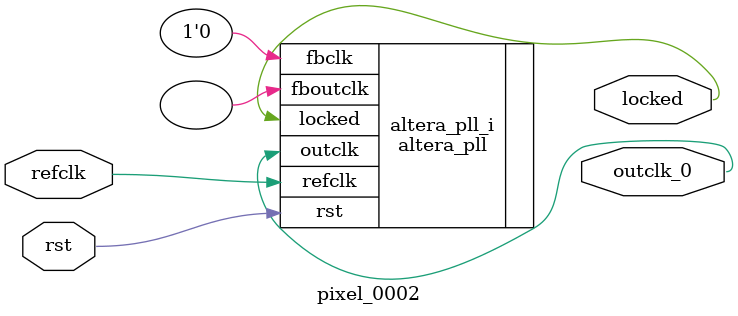
<source format=v>
`timescale 1ns/10ps
module  pixel_0002(

	// interface 'refclk'
	input wire refclk,

	// interface 'reset'
	input wire rst,

	// interface 'outclk0'
	output wire outclk_0,

	// interface 'locked'
	output wire locked
);

	altera_pll #(
		.fractional_vco_multiplier("false"),
		.reference_clock_frequency("50.0 MHz"),
		.operation_mode("direct"),
		.number_of_clocks(1),
		.output_clock_frequency0("150.000000 MHz"),
		.phase_shift0("0 ps"),
		.duty_cycle0(50),
		.output_clock_frequency1("0 MHz"),
		.phase_shift1("0 ps"),
		.duty_cycle1(50),
		.output_clock_frequency2("0 MHz"),
		.phase_shift2("0 ps"),
		.duty_cycle2(50),
		.output_clock_frequency3("0 MHz"),
		.phase_shift3("0 ps"),
		.duty_cycle3(50),
		.output_clock_frequency4("0 MHz"),
		.phase_shift4("0 ps"),
		.duty_cycle4(50),
		.output_clock_frequency5("0 MHz"),
		.phase_shift5("0 ps"),
		.duty_cycle5(50),
		.output_clock_frequency6("0 MHz"),
		.phase_shift6("0 ps"),
		.duty_cycle6(50),
		.output_clock_frequency7("0 MHz"),
		.phase_shift7("0 ps"),
		.duty_cycle7(50),
		.output_clock_frequency8("0 MHz"),
		.phase_shift8("0 ps"),
		.duty_cycle8(50),
		.output_clock_frequency9("0 MHz"),
		.phase_shift9("0 ps"),
		.duty_cycle9(50),
		.output_clock_frequency10("0 MHz"),
		.phase_shift10("0 ps"),
		.duty_cycle10(50),
		.output_clock_frequency11("0 MHz"),
		.phase_shift11("0 ps"),
		.duty_cycle11(50),
		.output_clock_frequency12("0 MHz"),
		.phase_shift12("0 ps"),
		.duty_cycle12(50),
		.output_clock_frequency13("0 MHz"),
		.phase_shift13("0 ps"),
		.duty_cycle13(50),
		.output_clock_frequency14("0 MHz"),
		.phase_shift14("0 ps"),
		.duty_cycle14(50),
		.output_clock_frequency15("0 MHz"),
		.phase_shift15("0 ps"),
		.duty_cycle15(50),
		.output_clock_frequency16("0 MHz"),
		.phase_shift16("0 ps"),
		.duty_cycle16(50),
		.output_clock_frequency17("0 MHz"),
		.phase_shift17("0 ps"),
		.duty_cycle17(50),
		.pll_type("General"),
		.pll_subtype("General")
	) altera_pll_i (
		.rst	(rst),
		.outclk	({outclk_0}),
		.locked	(locked),
		.fboutclk	( ),
		.fbclk	(1'b0),
		.refclk	(refclk)
	);
endmodule


</source>
